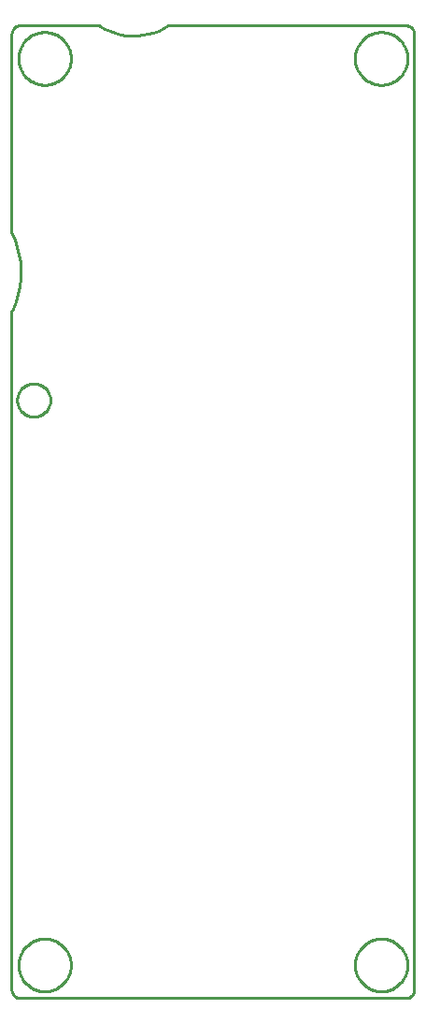
<source format=gbr>
G04 EAGLE Gerber RS-274X export*
G75*
%MOMM*%
%FSLAX34Y34*%
%LPD*%
%IN*%
%IPPOS*%
%AMOC8*
5,1,8,0,0,1.08239X$1,22.5*%
G01*
%ADD10C,0.254000*%


D10*
X0Y8000D02*
X30Y7303D01*
X122Y6611D01*
X273Y5929D01*
X482Y5264D01*
X750Y4619D01*
X1072Y4000D01*
X1447Y3411D01*
X1872Y2858D01*
X2343Y2343D01*
X2858Y1872D01*
X3411Y1447D01*
X4000Y1072D01*
X4619Y750D01*
X5264Y482D01*
X5929Y273D01*
X6611Y122D01*
X7303Y30D01*
X8000Y0D01*
X357000Y0D01*
X357697Y30D01*
X358389Y122D01*
X359071Y273D01*
X359736Y482D01*
X360381Y750D01*
X361000Y1072D01*
X361589Y1447D01*
X362142Y1872D01*
X362657Y2343D01*
X363128Y2858D01*
X363553Y3411D01*
X363928Y4000D01*
X364250Y4619D01*
X364518Y5264D01*
X364727Y5929D01*
X364878Y6611D01*
X364970Y7303D01*
X365000Y8000D01*
X365000Y872000D01*
X364970Y872697D01*
X364878Y873389D01*
X364727Y874071D01*
X364518Y874736D01*
X364250Y875381D01*
X363928Y876000D01*
X363553Y876589D01*
X363128Y877142D01*
X362657Y877657D01*
X362142Y878128D01*
X361589Y878553D01*
X361000Y878928D01*
X360381Y879250D01*
X359736Y879518D01*
X359071Y879727D01*
X358389Y879878D01*
X357697Y879970D01*
X357000Y880000D01*
X142000Y880000D01*
X137697Y877437D01*
X133186Y875259D01*
X128503Y873483D01*
X123683Y872121D01*
X118763Y871185D01*
X113780Y870681D01*
X108772Y870613D01*
X103777Y870982D01*
X98833Y871785D01*
X93978Y873016D01*
X89248Y874665D01*
X84681Y876720D01*
X80310Y879166D01*
X79000Y880000D01*
X8000Y880000D01*
X7303Y879970D01*
X6611Y879878D01*
X5929Y879727D01*
X5264Y879518D01*
X4619Y879250D01*
X4000Y878928D01*
X3411Y878553D01*
X2858Y878128D01*
X2343Y877657D01*
X1872Y877142D01*
X1447Y876589D01*
X1072Y876000D01*
X750Y875381D01*
X482Y874736D01*
X273Y874071D01*
X122Y873389D01*
X30Y872697D01*
X0Y872000D01*
X0Y693000D01*
X2856Y686413D01*
X5127Y679603D01*
X6796Y672620D01*
X7850Y665519D01*
X8281Y658352D01*
X8086Y651176D01*
X7266Y644043D01*
X5827Y637010D01*
X3781Y630128D01*
X1143Y623451D01*
X0Y621000D01*
X0Y8000D01*
X53813Y29332D02*
X53738Y27998D01*
X53588Y26670D01*
X53364Y25353D01*
X53067Y24050D01*
X52697Y22766D01*
X52256Y21505D01*
X51744Y20270D01*
X51164Y19066D01*
X50518Y17897D01*
X49807Y16765D01*
X49034Y15676D01*
X48201Y14631D01*
X47310Y13634D01*
X46366Y12690D01*
X45369Y11799D01*
X44325Y10966D01*
X43235Y10193D01*
X42103Y9482D01*
X40934Y8836D01*
X39730Y8256D01*
X38495Y7744D01*
X37234Y7303D01*
X35950Y6933D01*
X34647Y6636D01*
X33330Y6412D01*
X32002Y6262D01*
X30668Y6188D01*
X29332Y6188D01*
X27998Y6262D01*
X26670Y6412D01*
X25353Y6636D01*
X24050Y6933D01*
X22766Y7303D01*
X21505Y7744D01*
X20270Y8256D01*
X19066Y8836D01*
X17897Y9482D01*
X16765Y10193D01*
X15676Y10966D01*
X14631Y11799D01*
X13634Y12690D01*
X12690Y13634D01*
X11799Y14631D01*
X10966Y15676D01*
X10193Y16765D01*
X9482Y17897D01*
X8836Y19066D01*
X8256Y20270D01*
X7744Y21505D01*
X7303Y22766D01*
X6933Y24050D01*
X6636Y25353D01*
X6412Y26670D01*
X6262Y27998D01*
X6188Y29332D01*
X6188Y30668D01*
X6262Y32002D01*
X6412Y33330D01*
X6636Y34647D01*
X6933Y35950D01*
X7303Y37234D01*
X7744Y38495D01*
X8256Y39730D01*
X8836Y40934D01*
X9482Y42103D01*
X10193Y43235D01*
X10966Y44325D01*
X11799Y45369D01*
X12690Y46366D01*
X13634Y47310D01*
X14631Y48201D01*
X15676Y49034D01*
X16765Y49807D01*
X17897Y50518D01*
X19066Y51164D01*
X20270Y51744D01*
X21505Y52256D01*
X22766Y52697D01*
X24050Y53067D01*
X25353Y53364D01*
X26670Y53588D01*
X27998Y53738D01*
X29332Y53813D01*
X30668Y53813D01*
X32002Y53738D01*
X33330Y53588D01*
X34647Y53364D01*
X35950Y53067D01*
X37234Y52697D01*
X38495Y52256D01*
X39730Y51744D01*
X40934Y51164D01*
X42103Y50518D01*
X43235Y49807D01*
X44325Y49034D01*
X45369Y48201D01*
X46366Y47310D01*
X47310Y46366D01*
X48201Y45369D01*
X49034Y44325D01*
X49807Y43235D01*
X50518Y42103D01*
X51164Y40934D01*
X51744Y39730D01*
X52256Y38495D01*
X52697Y37234D01*
X53067Y35950D01*
X53364Y34647D01*
X53588Y33330D01*
X53738Y32002D01*
X53813Y30668D01*
X53813Y29332D01*
X358813Y29332D02*
X358738Y27998D01*
X358588Y26670D01*
X358364Y25353D01*
X358067Y24050D01*
X357697Y22766D01*
X357256Y21505D01*
X356744Y20270D01*
X356164Y19066D01*
X355518Y17897D01*
X354807Y16765D01*
X354034Y15676D01*
X353201Y14631D01*
X352310Y13634D01*
X351366Y12690D01*
X350369Y11799D01*
X349325Y10966D01*
X348235Y10193D01*
X347103Y9482D01*
X345934Y8836D01*
X344730Y8256D01*
X343495Y7744D01*
X342234Y7303D01*
X340950Y6933D01*
X339647Y6636D01*
X338330Y6412D01*
X337002Y6262D01*
X335668Y6188D01*
X334332Y6188D01*
X332998Y6262D01*
X331670Y6412D01*
X330353Y6636D01*
X329050Y6933D01*
X327766Y7303D01*
X326505Y7744D01*
X325270Y8256D01*
X324066Y8836D01*
X322897Y9482D01*
X321765Y10193D01*
X320676Y10966D01*
X319631Y11799D01*
X318634Y12690D01*
X317690Y13634D01*
X316799Y14631D01*
X315966Y15676D01*
X315193Y16765D01*
X314482Y17897D01*
X313836Y19066D01*
X313256Y20270D01*
X312744Y21505D01*
X312303Y22766D01*
X311933Y24050D01*
X311636Y25353D01*
X311412Y26670D01*
X311262Y27998D01*
X311188Y29332D01*
X311188Y30668D01*
X311262Y32002D01*
X311412Y33330D01*
X311636Y34647D01*
X311933Y35950D01*
X312303Y37234D01*
X312744Y38495D01*
X313256Y39730D01*
X313836Y40934D01*
X314482Y42103D01*
X315193Y43235D01*
X315966Y44325D01*
X316799Y45369D01*
X317690Y46366D01*
X318634Y47310D01*
X319631Y48201D01*
X320676Y49034D01*
X321765Y49807D01*
X322897Y50518D01*
X324066Y51164D01*
X325270Y51744D01*
X326505Y52256D01*
X327766Y52697D01*
X329050Y53067D01*
X330353Y53364D01*
X331670Y53588D01*
X332998Y53738D01*
X334332Y53813D01*
X335668Y53813D01*
X337002Y53738D01*
X338330Y53588D01*
X339647Y53364D01*
X340950Y53067D01*
X342234Y52697D01*
X343495Y52256D01*
X344730Y51744D01*
X345934Y51164D01*
X347103Y50518D01*
X348235Y49807D01*
X349325Y49034D01*
X350369Y48201D01*
X351366Y47310D01*
X352310Y46366D01*
X353201Y45369D01*
X354034Y44325D01*
X354807Y43235D01*
X355518Y42103D01*
X356164Y40934D01*
X356744Y39730D01*
X357256Y38495D01*
X357697Y37234D01*
X358067Y35950D01*
X358364Y34647D01*
X358588Y33330D01*
X358738Y32002D01*
X358813Y30668D01*
X358813Y29332D01*
X358813Y849332D02*
X358738Y847998D01*
X358588Y846670D01*
X358364Y845353D01*
X358067Y844050D01*
X357697Y842766D01*
X357256Y841505D01*
X356744Y840270D01*
X356164Y839066D01*
X355518Y837897D01*
X354807Y836765D01*
X354034Y835676D01*
X353201Y834631D01*
X352310Y833634D01*
X351366Y832690D01*
X350369Y831799D01*
X349325Y830966D01*
X348235Y830193D01*
X347103Y829482D01*
X345934Y828836D01*
X344730Y828256D01*
X343495Y827744D01*
X342234Y827303D01*
X340950Y826933D01*
X339647Y826636D01*
X338330Y826412D01*
X337002Y826262D01*
X335668Y826188D01*
X334332Y826188D01*
X332998Y826262D01*
X331670Y826412D01*
X330353Y826636D01*
X329050Y826933D01*
X327766Y827303D01*
X326505Y827744D01*
X325270Y828256D01*
X324066Y828836D01*
X322897Y829482D01*
X321765Y830193D01*
X320676Y830966D01*
X319631Y831799D01*
X318634Y832690D01*
X317690Y833634D01*
X316799Y834631D01*
X315966Y835676D01*
X315193Y836765D01*
X314482Y837897D01*
X313836Y839066D01*
X313256Y840270D01*
X312744Y841505D01*
X312303Y842766D01*
X311933Y844050D01*
X311636Y845353D01*
X311412Y846670D01*
X311262Y847998D01*
X311188Y849332D01*
X311188Y850668D01*
X311262Y852002D01*
X311412Y853330D01*
X311636Y854647D01*
X311933Y855950D01*
X312303Y857234D01*
X312744Y858495D01*
X313256Y859730D01*
X313836Y860934D01*
X314482Y862103D01*
X315193Y863235D01*
X315966Y864325D01*
X316799Y865369D01*
X317690Y866366D01*
X318634Y867310D01*
X319631Y868201D01*
X320676Y869034D01*
X321765Y869807D01*
X322897Y870518D01*
X324066Y871164D01*
X325270Y871744D01*
X326505Y872256D01*
X327766Y872697D01*
X329050Y873067D01*
X330353Y873364D01*
X331670Y873588D01*
X332998Y873738D01*
X334332Y873813D01*
X335668Y873813D01*
X337002Y873738D01*
X338330Y873588D01*
X339647Y873364D01*
X340950Y873067D01*
X342234Y872697D01*
X343495Y872256D01*
X344730Y871744D01*
X345934Y871164D01*
X347103Y870518D01*
X348235Y869807D01*
X349325Y869034D01*
X350369Y868201D01*
X351366Y867310D01*
X352310Y866366D01*
X353201Y865369D01*
X354034Y864325D01*
X354807Y863235D01*
X355518Y862103D01*
X356164Y860934D01*
X356744Y859730D01*
X357256Y858495D01*
X357697Y857234D01*
X358067Y855950D01*
X358364Y854647D01*
X358588Y853330D01*
X358738Y852002D01*
X358813Y850668D01*
X358813Y849332D01*
X53813Y849332D02*
X53738Y847998D01*
X53588Y846670D01*
X53364Y845353D01*
X53067Y844050D01*
X52697Y842766D01*
X52256Y841505D01*
X51744Y840270D01*
X51164Y839066D01*
X50518Y837897D01*
X49807Y836765D01*
X49034Y835676D01*
X48201Y834631D01*
X47310Y833634D01*
X46366Y832690D01*
X45369Y831799D01*
X44325Y830966D01*
X43235Y830193D01*
X42103Y829482D01*
X40934Y828836D01*
X39730Y828256D01*
X38495Y827744D01*
X37234Y827303D01*
X35950Y826933D01*
X34647Y826636D01*
X33330Y826412D01*
X32002Y826262D01*
X30668Y826188D01*
X29332Y826188D01*
X27998Y826262D01*
X26670Y826412D01*
X25353Y826636D01*
X24050Y826933D01*
X22766Y827303D01*
X21505Y827744D01*
X20270Y828256D01*
X19066Y828836D01*
X17897Y829482D01*
X16765Y830193D01*
X15676Y830966D01*
X14631Y831799D01*
X13634Y832690D01*
X12690Y833634D01*
X11799Y834631D01*
X10966Y835676D01*
X10193Y836765D01*
X9482Y837897D01*
X8836Y839066D01*
X8256Y840270D01*
X7744Y841505D01*
X7303Y842766D01*
X6933Y844050D01*
X6636Y845353D01*
X6412Y846670D01*
X6262Y847998D01*
X6188Y849332D01*
X6188Y850668D01*
X6262Y852002D01*
X6412Y853330D01*
X6636Y854647D01*
X6933Y855950D01*
X7303Y857234D01*
X7744Y858495D01*
X8256Y859730D01*
X8836Y860934D01*
X9482Y862103D01*
X10193Y863235D01*
X10966Y864325D01*
X11799Y865369D01*
X12690Y866366D01*
X13634Y867310D01*
X14631Y868201D01*
X15676Y869034D01*
X16765Y869807D01*
X17897Y870518D01*
X19066Y871164D01*
X20270Y871744D01*
X21505Y872256D01*
X22766Y872697D01*
X24050Y873067D01*
X25353Y873364D01*
X26670Y873588D01*
X27998Y873738D01*
X29332Y873813D01*
X30668Y873813D01*
X32002Y873738D01*
X33330Y873588D01*
X34647Y873364D01*
X35950Y873067D01*
X37234Y872697D01*
X38495Y872256D01*
X39730Y871744D01*
X40934Y871164D01*
X42103Y870518D01*
X43235Y869807D01*
X44325Y869034D01*
X45369Y868201D01*
X46366Y867310D01*
X47310Y866366D01*
X48201Y865369D01*
X49034Y864325D01*
X49807Y863235D01*
X50518Y862103D01*
X51164Y860934D01*
X51744Y859730D01*
X52256Y858495D01*
X52697Y857234D01*
X53067Y855950D01*
X53364Y854647D01*
X53588Y853330D01*
X53738Y852002D01*
X53813Y850668D01*
X53813Y849332D01*
X19534Y526000D02*
X18466Y526076D01*
X17405Y526229D01*
X16358Y526457D01*
X15330Y526759D01*
X14326Y527133D01*
X13351Y527578D01*
X12411Y528092D01*
X11510Y528671D01*
X10652Y529313D01*
X9842Y530015D01*
X9085Y530772D01*
X8383Y531582D01*
X7741Y532440D01*
X7162Y533341D01*
X6648Y534281D01*
X6203Y535256D01*
X5829Y536260D01*
X5527Y537288D01*
X5299Y538335D01*
X5146Y539396D01*
X5070Y540464D01*
X5070Y541536D01*
X5146Y542604D01*
X5299Y543665D01*
X5527Y544712D01*
X5829Y545740D01*
X6203Y546744D01*
X6648Y547719D01*
X7162Y548659D01*
X7741Y549560D01*
X8383Y550418D01*
X9085Y551228D01*
X9842Y551985D01*
X10652Y552687D01*
X11510Y553329D01*
X12411Y553908D01*
X13351Y554422D01*
X14326Y554867D01*
X15330Y555241D01*
X16358Y555543D01*
X17405Y555771D01*
X18466Y555924D01*
X19534Y556000D01*
X20606Y556000D01*
X21674Y555924D01*
X22735Y555771D01*
X23782Y555543D01*
X24810Y555241D01*
X25814Y554867D01*
X26789Y554422D01*
X27729Y553908D01*
X28630Y553329D01*
X29488Y552687D01*
X30298Y551985D01*
X31055Y551228D01*
X31757Y550418D01*
X32399Y549560D01*
X32978Y548659D01*
X33492Y547719D01*
X33937Y546744D01*
X34311Y545740D01*
X34613Y544712D01*
X34841Y543665D01*
X34994Y542604D01*
X35070Y541536D01*
X35070Y540464D01*
X34994Y539396D01*
X34841Y538335D01*
X34613Y537288D01*
X34311Y536260D01*
X33937Y535256D01*
X33492Y534281D01*
X32978Y533341D01*
X32399Y532440D01*
X31757Y531582D01*
X31055Y530772D01*
X30298Y530015D01*
X29488Y529313D01*
X28630Y528671D01*
X27729Y528092D01*
X26789Y527578D01*
X25814Y527133D01*
X24810Y526759D01*
X23782Y526457D01*
X22735Y526229D01*
X21674Y526076D01*
X20606Y526000D01*
X19534Y526000D01*
M02*

</source>
